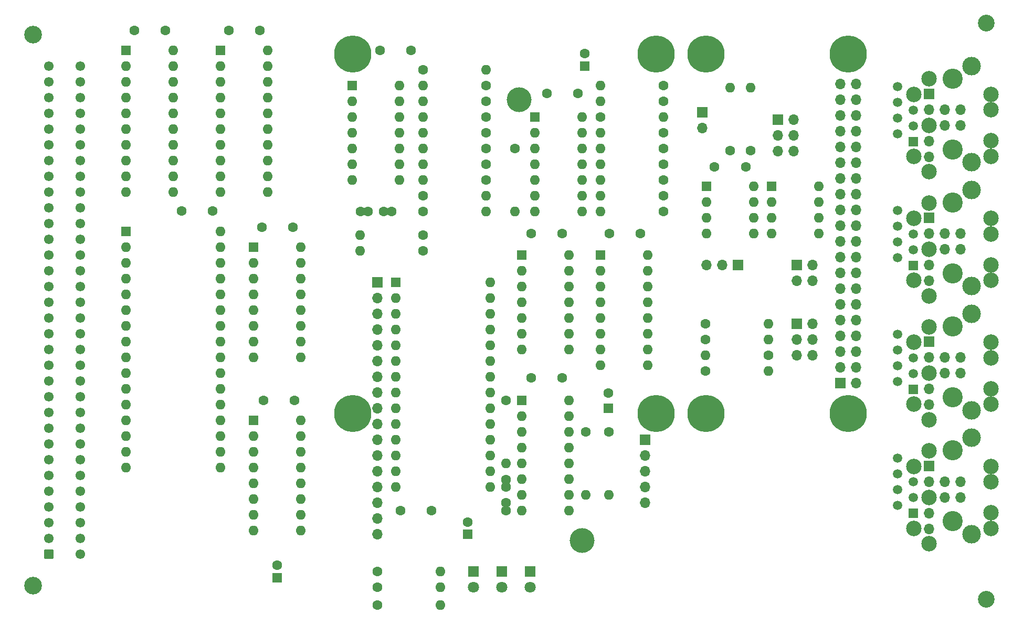
<source format=gbr>
G04 #@! TF.GenerationSoftware,KiCad,Pcbnew,7.0.9*
G04 #@! TF.CreationDate,2023-12-07T15:08:58+00:00*
G04 #@! TF.ProjectId,podule_econet,706f6475-6c65-45f6-9563-6f6e65742e6b,03*
G04 #@! TF.SameCoordinates,Original*
G04 #@! TF.FileFunction,Soldermask,Bot*
G04 #@! TF.FilePolarity,Negative*
%FSLAX46Y46*%
G04 Gerber Fmt 4.6, Leading zero omitted, Abs format (unit mm)*
G04 Created by KiCad (PCBNEW 7.0.9) date 2023-12-07 15:08:58*
%MOMM*%
%LPD*%
G01*
G04 APERTURE LIST*
G04 Aperture macros list*
%AMRoundRect*
0 Rectangle with rounded corners*
0 $1 Rounding radius*
0 $2 $3 $4 $5 $6 $7 $8 $9 X,Y pos of 4 corners*
0 Add a 4 corners polygon primitive as box body*
4,1,4,$2,$3,$4,$5,$6,$7,$8,$9,$2,$3,0*
0 Add four circle primitives for the rounded corners*
1,1,$1+$1,$2,$3*
1,1,$1+$1,$4,$5*
1,1,$1+$1,$6,$7*
1,1,$1+$1,$8,$9*
0 Add four rect primitives between the rounded corners*
20,1,$1+$1,$2,$3,$4,$5,0*
20,1,$1+$1,$4,$5,$6,$7,0*
20,1,$1+$1,$6,$7,$8,$9,0*
20,1,$1+$1,$8,$9,$2,$3,0*%
G04 Aperture macros list end*
%ADD10O,1.600000X1.600000*%
%ADD11C,1.600000*%
%ADD12C,1.800000*%
%ADD13R,1.800000X1.800000*%
%ADD14R,1.700000X1.700000*%
%ADD15O,1.700000X1.700000*%
%ADD16R,1.600000X1.600000*%
%ADD17C,2.850000*%
%ADD18RoundRect,0.249999X0.525001X-0.525001X0.525001X0.525001X-0.525001X0.525001X-0.525001X-0.525001X0*%
%ADD19C,1.550000*%
%ADD20C,6.000000*%
%ADD21C,3.250000*%
%ADD22C,2.500000*%
%ADD23C,3.000000*%
%ADD24R,1.500000X1.500000*%
%ADD25C,1.500000*%
%ADD26C,2.700000*%
%ADD27C,4.000000*%
G04 APERTURE END LIST*
D10*
X135763000Y-147954000D03*
D11*
X125603000Y-147954000D03*
X125603000Y-145097000D03*
D10*
X135763000Y-145097000D03*
X135763000Y-142557000D03*
D11*
X125603000Y-142557000D03*
D12*
X150241000Y-145097000D03*
D13*
X150241000Y-142557000D03*
D12*
X145669000Y-145097000D03*
D13*
X145669000Y-142557000D03*
D12*
X141097000Y-145097000D03*
D13*
X141097000Y-142557000D03*
D11*
X91440000Y-55245000D03*
X86440000Y-55245000D03*
X106680000Y-55245000D03*
X101680000Y-55245000D03*
X99060000Y-84328000D03*
X94060000Y-84328000D03*
D14*
X193273500Y-102525000D03*
D15*
X195813500Y-102525000D03*
X193273500Y-105065000D03*
X195813500Y-105065000D03*
X193273500Y-107605000D03*
X195813500Y-107605000D03*
D11*
X178541500Y-105065000D03*
D10*
X188701500Y-105065000D03*
D11*
X188701500Y-107605000D03*
D10*
X178541500Y-107605000D03*
D11*
X178541500Y-110145000D03*
D10*
X188701500Y-110145000D03*
D11*
X178541500Y-102525000D03*
D10*
X188701500Y-102525000D03*
D11*
X185018500Y-77208000D03*
X180018500Y-77208000D03*
X182505500Y-74587000D03*
D10*
X182505500Y-64427000D03*
D16*
X178668500Y-80383000D03*
D10*
X178668500Y-82923000D03*
X178668500Y-85463000D03*
X178668500Y-88003000D03*
X186288500Y-88003000D03*
X186288500Y-85463000D03*
X186288500Y-82923000D03*
X186288500Y-80383000D03*
D16*
X189209500Y-80383000D03*
D10*
X189209500Y-82923000D03*
X189209500Y-85463000D03*
X189209500Y-88003000D03*
X196829500Y-88003000D03*
X196829500Y-85463000D03*
X196829500Y-82923000D03*
X196829500Y-80383000D03*
D14*
X190225500Y-69588000D03*
D15*
X192765500Y-69588000D03*
X190225500Y-72128000D03*
X192765500Y-72128000D03*
X190225500Y-74668000D03*
X192765500Y-74668000D03*
D14*
X193268500Y-93078000D03*
D15*
X195808500Y-93078000D03*
X193268500Y-95618000D03*
X195808500Y-95618000D03*
D14*
X178033500Y-68445000D03*
D15*
X178033500Y-70985000D03*
D14*
X183748500Y-93083000D03*
D15*
X181208500Y-93083000D03*
X178668500Y-93083000D03*
D11*
X171728000Y-64135000D03*
D10*
X161568000Y-64135000D03*
D16*
X151003000Y-69215000D03*
D10*
X151003000Y-71755000D03*
X151003000Y-74295000D03*
X151003000Y-76835000D03*
X151003000Y-79375000D03*
X151003000Y-81915000D03*
X151003000Y-84455000D03*
X158623000Y-84455000D03*
X158623000Y-81915000D03*
X158623000Y-79375000D03*
X158623000Y-76835000D03*
X158623000Y-74295000D03*
X158623000Y-71755000D03*
X158623000Y-69215000D03*
D11*
X162920500Y-120015000D03*
D10*
X162920500Y-130175000D03*
D17*
X70104000Y-144780000D03*
X70104000Y-55880000D03*
D18*
X72644000Y-139700000D03*
D19*
X72644000Y-137160000D03*
X72644000Y-134620000D03*
X72644000Y-132080000D03*
X72644000Y-129540000D03*
X72644000Y-127000000D03*
X72644000Y-124460000D03*
X72644000Y-121920000D03*
X72644000Y-119380000D03*
X72644000Y-116840000D03*
X72644000Y-114300000D03*
X72644000Y-111760000D03*
X72644000Y-109220000D03*
X72644000Y-106680000D03*
X72644000Y-104140000D03*
X72644000Y-101600000D03*
X72644000Y-99060000D03*
X72644000Y-96520000D03*
X72644000Y-93980000D03*
X72644000Y-91440000D03*
X72644000Y-88900000D03*
X72644000Y-86360000D03*
X72644000Y-83820000D03*
X72644000Y-81280000D03*
X72644000Y-78740000D03*
X72644000Y-76200000D03*
X72644000Y-73660000D03*
X72644000Y-71120000D03*
X72644000Y-68580000D03*
X72644000Y-66040000D03*
X72644000Y-63500000D03*
X72644000Y-60960000D03*
X77724000Y-139700000D03*
X77724000Y-137160000D03*
X77724000Y-134620000D03*
X77724000Y-132080000D03*
X77724000Y-129540000D03*
X77724000Y-127000000D03*
X77724000Y-124460000D03*
X77724000Y-121920000D03*
X77724000Y-119380000D03*
X77724000Y-116840000D03*
X77724000Y-114300000D03*
X77724000Y-111760000D03*
X77724000Y-109220000D03*
X77724000Y-106680000D03*
X77724000Y-104140000D03*
X77724000Y-101600000D03*
X77724000Y-99060000D03*
X77724000Y-96520000D03*
X77724000Y-93980000D03*
X77724000Y-91440000D03*
X77724000Y-88900000D03*
X77724000Y-86360000D03*
X77724000Y-83820000D03*
X77724000Y-81280000D03*
X77724000Y-78740000D03*
X77724000Y-76200000D03*
X77724000Y-73660000D03*
X77724000Y-71120000D03*
X77724000Y-68580000D03*
X77724000Y-66040000D03*
X77724000Y-63500000D03*
X77724000Y-60960000D03*
D11*
X129358000Y-132715000D03*
X134358000Y-132715000D03*
D16*
X128603000Y-95885000D03*
D10*
X128603000Y-98425000D03*
X128603000Y-100965000D03*
X128603000Y-103505000D03*
X128603000Y-106045000D03*
X128603000Y-108585000D03*
X128603000Y-111125000D03*
X128603000Y-113665000D03*
X128603000Y-116205000D03*
X128603000Y-118745000D03*
X128603000Y-121285000D03*
X128603000Y-123825000D03*
X128603000Y-126365000D03*
X128603000Y-128905000D03*
X143843000Y-128905000D03*
X143843000Y-126365000D03*
X143843000Y-123825000D03*
X143843000Y-121285000D03*
X143843000Y-118745000D03*
X143843000Y-116205000D03*
X143843000Y-113665000D03*
X143843000Y-111125000D03*
X143843000Y-108585000D03*
X143843000Y-106045000D03*
X143843000Y-103505000D03*
X143843000Y-100965000D03*
X143843000Y-98425000D03*
X143843000Y-95885000D03*
D11*
X146328000Y-132715000D03*
X146328000Y-131445000D03*
X146328000Y-128905000D03*
X146328000Y-127715000D03*
X126008000Y-58420000D03*
X131008000Y-58420000D03*
D14*
X125603000Y-95885000D03*
D15*
X125603000Y-98425000D03*
X125603000Y-100965000D03*
X125603000Y-103505000D03*
X125603000Y-106045000D03*
X125603000Y-108585000D03*
X125603000Y-111125000D03*
X125603000Y-113665000D03*
X125603000Y-116205000D03*
X125603000Y-118745000D03*
X125603000Y-121285000D03*
X125603000Y-123825000D03*
X125603000Y-126365000D03*
X125603000Y-128905000D03*
X125603000Y-131445000D03*
X125603000Y-133985000D03*
X125603000Y-136525000D03*
D11*
X143153000Y-74295000D03*
D10*
X132993000Y-74295000D03*
D20*
X178603000Y-59025000D03*
X178603000Y-117025000D03*
X201603000Y-59025000D03*
X201603000Y-117025000D03*
D14*
X200333000Y-112155000D03*
D15*
X202873000Y-112155000D03*
X200333000Y-109615000D03*
X202873000Y-109615000D03*
X200333000Y-107075000D03*
X202873000Y-107075000D03*
X200333000Y-104535000D03*
X202873000Y-104535000D03*
X200333000Y-101995000D03*
X202873000Y-101995000D03*
X200333000Y-99455000D03*
X202873000Y-99455000D03*
X200333000Y-96915000D03*
X202873000Y-96915000D03*
X200333000Y-94375000D03*
X202873000Y-94375000D03*
X200333000Y-91835000D03*
X202873000Y-91835000D03*
X200333000Y-89295000D03*
X202873000Y-89295000D03*
X200333000Y-86755000D03*
X202873000Y-86755000D03*
X200333000Y-84215000D03*
X202873000Y-84215000D03*
X200333000Y-81675000D03*
X202873000Y-81675000D03*
X200333000Y-79135000D03*
X202873000Y-79135000D03*
X200333000Y-76595000D03*
X202873000Y-76595000D03*
X200333000Y-74055000D03*
X202873000Y-74055000D03*
X200333000Y-71515000D03*
X202873000Y-71515000D03*
X200333000Y-68975000D03*
X202873000Y-68975000D03*
X200333000Y-66435000D03*
X202873000Y-66435000D03*
X200333000Y-63895000D03*
X202873000Y-63895000D03*
D11*
X171728000Y-81915000D03*
D10*
X161568000Y-81915000D03*
D11*
X155393000Y-88011000D03*
X150393000Y-88011000D03*
D16*
X121563000Y-64135000D03*
D10*
X121563000Y-66675000D03*
X121563000Y-69215000D03*
X121563000Y-71755000D03*
X121563000Y-74295000D03*
X121563000Y-76835000D03*
X121563000Y-79375000D03*
X129183000Y-79375000D03*
X129183000Y-76835000D03*
X129183000Y-74295000D03*
X129183000Y-71755000D03*
X129183000Y-69215000D03*
X129183000Y-66675000D03*
X129183000Y-64135000D03*
D11*
X185807500Y-74587000D03*
D10*
X185807500Y-64427000D03*
D11*
X132993000Y-88265000D03*
D10*
X122833000Y-88265000D03*
D11*
X132993000Y-61595000D03*
D10*
X143153000Y-61595000D03*
D11*
X143153000Y-69215000D03*
D10*
X132993000Y-69215000D03*
D21*
X218442800Y-114433800D03*
X218442800Y-103003800D03*
D14*
X214630000Y-105466000D03*
D22*
X214630000Y-103046000D03*
D23*
X221492800Y-116488800D03*
D22*
X224630000Y-115546000D03*
X224630000Y-113046000D03*
X214630000Y-110546000D03*
X224630000Y-108046000D03*
D15*
X217170000Y-108006000D03*
X219710000Y-108006000D03*
D22*
X224630000Y-105546000D03*
D23*
X221492800Y-100948800D03*
D22*
X214630000Y-118046000D03*
D15*
X214630000Y-115626000D03*
X214630000Y-108006000D03*
D22*
X212130000Y-105546000D03*
X212130000Y-115546000D03*
D15*
X214630000Y-113086000D03*
X217170000Y-110546000D03*
X219710000Y-110546000D03*
D24*
X212092800Y-113163800D03*
D25*
X209552800Y-111893800D03*
X212092800Y-110623800D03*
X209552800Y-109353800D03*
X212092800Y-108083800D03*
X209552800Y-106813800D03*
X209552800Y-104273800D03*
D16*
X85090000Y-58420000D03*
D10*
X85090000Y-60960000D03*
X85090000Y-63500000D03*
X85090000Y-66040000D03*
X85090000Y-68580000D03*
X85090000Y-71120000D03*
X85090000Y-73660000D03*
X85090000Y-76200000D03*
X85090000Y-78740000D03*
X85090000Y-81280000D03*
X92710000Y-81280000D03*
X92710000Y-78740000D03*
X92710000Y-76200000D03*
X92710000Y-73660000D03*
X92710000Y-71120000D03*
X92710000Y-68580000D03*
X92710000Y-66040000D03*
X92710000Y-63500000D03*
X92710000Y-60960000D03*
X92710000Y-58420000D03*
D16*
X109474000Y-143510000D03*
D11*
X109474000Y-141510000D03*
D21*
X218442800Y-134433800D03*
X218442800Y-123003800D03*
D14*
X214630000Y-125466000D03*
D22*
X214630000Y-123046000D03*
D23*
X221492800Y-136488800D03*
D22*
X224630000Y-135546000D03*
X224630000Y-133046000D03*
X214630000Y-130546000D03*
X224630000Y-128046000D03*
D15*
X217170000Y-128006000D03*
X219710000Y-128006000D03*
D22*
X224630000Y-125546000D03*
D23*
X221492800Y-120948800D03*
D22*
X214630000Y-138046000D03*
D15*
X214630000Y-135626000D03*
X214630000Y-128006000D03*
D22*
X212130000Y-125546000D03*
X212130000Y-135546000D03*
D15*
X214630000Y-133086000D03*
X217170000Y-130546000D03*
X219710000Y-130546000D03*
D24*
X212092800Y-133163800D03*
D25*
X209552800Y-131893800D03*
X212092800Y-130623800D03*
X209552800Y-129353800D03*
X212092800Y-128083800D03*
X209552800Y-126813800D03*
X209552800Y-124273800D03*
D11*
X112014000Y-86995000D03*
X107014000Y-86995000D03*
D20*
X170603000Y-117025000D03*
D11*
X143153000Y-79375000D03*
D10*
X132993000Y-79375000D03*
D11*
X132993000Y-81915000D03*
D10*
X143153000Y-81915000D03*
D20*
X170603000Y-59025000D03*
D26*
X223830000Y-54046000D03*
D21*
X218442800Y-94433800D03*
X218442800Y-83003800D03*
D14*
X214630000Y-85466000D03*
D22*
X214630000Y-83046000D03*
D23*
X221492800Y-96488800D03*
D22*
X224630000Y-95546000D03*
X224630000Y-93046000D03*
X214630000Y-90546000D03*
X224630000Y-88046000D03*
D15*
X217170000Y-88006000D03*
X219710000Y-88006000D03*
D22*
X224630000Y-85546000D03*
D23*
X221492800Y-80948800D03*
D22*
X214630000Y-98046000D03*
D15*
X214630000Y-95626000D03*
X214630000Y-88006000D03*
D22*
X212130000Y-85546000D03*
X212130000Y-95546000D03*
D15*
X214630000Y-93086000D03*
X217170000Y-90546000D03*
X219710000Y-90546000D03*
D24*
X212092800Y-93163800D03*
D25*
X209552800Y-91893800D03*
X212092800Y-90623800D03*
X209552800Y-89353800D03*
X212092800Y-88083800D03*
X209552800Y-86813800D03*
X209552800Y-84273800D03*
D21*
X218442800Y-74433800D03*
X218442800Y-63003800D03*
D14*
X214630000Y-65466000D03*
D22*
X214630000Y-63046000D03*
D23*
X221492800Y-76488800D03*
D22*
X224630000Y-75546000D03*
X224630000Y-73046000D03*
X214630000Y-70546000D03*
X224630000Y-68046000D03*
D15*
X217170000Y-68006000D03*
X219710000Y-68006000D03*
D22*
X224630000Y-65546000D03*
D23*
X221492800Y-60948800D03*
D22*
X214630000Y-78046000D03*
D15*
X214630000Y-75626000D03*
X214630000Y-68006000D03*
D22*
X212130000Y-65546000D03*
X212130000Y-75546000D03*
D15*
X214630000Y-73086000D03*
X217170000Y-70546000D03*
X219710000Y-70546000D03*
D24*
X212092800Y-73163800D03*
D25*
X209552800Y-71893800D03*
X212092800Y-70623800D03*
X209552800Y-69353800D03*
X212092800Y-68083800D03*
X209552800Y-66813800D03*
X209552800Y-64273800D03*
D11*
X143153000Y-76835000D03*
D10*
X132993000Y-76835000D03*
D11*
X112268000Y-114935000D03*
X107268000Y-114935000D03*
D27*
X148463000Y-66405000D03*
D11*
X146383000Y-114935000D03*
D10*
X146383000Y-125095000D03*
D11*
X143153000Y-66675000D03*
D10*
X132993000Y-66675000D03*
D11*
X132993000Y-84455000D03*
D10*
X143153000Y-84455000D03*
D20*
X121603000Y-117025000D03*
D16*
X105664000Y-90170000D03*
D10*
X105664000Y-92710000D03*
X105664000Y-95250000D03*
X105664000Y-97790000D03*
X105664000Y-100330000D03*
X105664000Y-102870000D03*
X105664000Y-105410000D03*
X105664000Y-107950000D03*
X113284000Y-107950000D03*
X113284000Y-105410000D03*
X113284000Y-102870000D03*
X113284000Y-100330000D03*
X113284000Y-97790000D03*
X113284000Y-95250000D03*
X113284000Y-92710000D03*
X113284000Y-90170000D03*
D11*
X147828000Y-74295000D03*
D10*
X147828000Y-84455000D03*
D11*
X143153000Y-71755000D03*
D10*
X132993000Y-71755000D03*
D11*
X163013000Y-88011000D03*
X168013000Y-88011000D03*
X171728000Y-71755000D03*
D10*
X161568000Y-71755000D03*
D11*
X143153000Y-64135000D03*
D10*
X132993000Y-64135000D03*
X161568000Y-84455000D03*
D11*
X171728000Y-84455000D03*
X127913000Y-84455000D03*
X126643000Y-84455000D03*
X124103000Y-84455000D03*
X122913000Y-84455000D03*
X155393000Y-111315000D03*
X150393000Y-111315000D03*
X171728000Y-66675000D03*
D10*
X161568000Y-66675000D03*
D16*
X100330000Y-58420000D03*
D10*
X100330000Y-60960000D03*
X100330000Y-63500000D03*
X100330000Y-66040000D03*
X100330000Y-68580000D03*
X100330000Y-71120000D03*
X100330000Y-73660000D03*
X100330000Y-76200000D03*
X100330000Y-78740000D03*
X100330000Y-81280000D03*
X107950000Y-81280000D03*
X107950000Y-78740000D03*
X107950000Y-76200000D03*
X107950000Y-73660000D03*
X107950000Y-71120000D03*
X107950000Y-68580000D03*
X107950000Y-66040000D03*
X107950000Y-63500000D03*
X107950000Y-60960000D03*
X107950000Y-58420000D03*
D16*
X161568000Y-91440000D03*
D10*
X161568000Y-93980000D03*
X161568000Y-96520000D03*
X161568000Y-99060000D03*
X161568000Y-101600000D03*
X161568000Y-104140000D03*
X161568000Y-106680000D03*
X161568000Y-109220000D03*
X169188000Y-109220000D03*
X169188000Y-106680000D03*
X169188000Y-104140000D03*
X169188000Y-101600000D03*
X169188000Y-99060000D03*
X169188000Y-96520000D03*
X169188000Y-93980000D03*
X169188000Y-91440000D03*
D27*
X158603000Y-137515000D03*
D20*
X121603000Y-59025000D03*
D16*
X85090000Y-87630000D03*
D10*
X85090000Y-90170000D03*
X85090000Y-92710000D03*
X85090000Y-95250000D03*
X85090000Y-97790000D03*
X85090000Y-100330000D03*
X85090000Y-102870000D03*
X85090000Y-105410000D03*
X85090000Y-107950000D03*
X85090000Y-110490000D03*
X85090000Y-113030000D03*
X85090000Y-115570000D03*
X85090000Y-118110000D03*
X85090000Y-120650000D03*
X85090000Y-123190000D03*
X85090000Y-125730000D03*
X100330000Y-125730000D03*
X100330000Y-123190000D03*
X100330000Y-120650000D03*
X100330000Y-118110000D03*
X100330000Y-115570000D03*
X100330000Y-113030000D03*
X100330000Y-110490000D03*
X100330000Y-107950000D03*
X100330000Y-105410000D03*
X100330000Y-102870000D03*
X100330000Y-100330000D03*
X100330000Y-97790000D03*
X100330000Y-95250000D03*
X100330000Y-92710000D03*
X100330000Y-90170000D03*
X100330000Y-87630000D03*
D11*
X161568000Y-69215000D03*
D10*
X171728000Y-69215000D03*
D16*
X159028000Y-60960000D03*
D11*
X159028000Y-58960000D03*
X132993000Y-90805000D03*
D10*
X122833000Y-90805000D03*
D11*
X157933000Y-65405000D03*
X152933000Y-65405000D03*
X171728000Y-76835000D03*
D10*
X161568000Y-76835000D03*
D11*
X171728000Y-74295000D03*
D10*
X161568000Y-74295000D03*
D14*
X168783000Y-121285000D03*
D15*
X168783000Y-123825000D03*
X168783000Y-126365000D03*
X168783000Y-128905000D03*
X168783000Y-131445000D03*
D26*
X223830000Y-147046000D03*
D16*
X162838000Y-116205000D03*
D11*
X162838000Y-113705000D03*
X159258000Y-120015000D03*
D10*
X159258000Y-130175000D03*
D16*
X148868000Y-91440000D03*
D10*
X148868000Y-93980000D03*
X148868000Y-96520000D03*
X148868000Y-99060000D03*
X148868000Y-101600000D03*
X148868000Y-104140000D03*
X148868000Y-106680000D03*
X156488000Y-106680000D03*
X156488000Y-104140000D03*
X156488000Y-101600000D03*
X156488000Y-99060000D03*
X156488000Y-96520000D03*
X156488000Y-93980000D03*
X156488000Y-91440000D03*
D16*
X105664000Y-118125000D03*
D10*
X105664000Y-120665000D03*
X105664000Y-123205000D03*
X105664000Y-125745000D03*
X105664000Y-128285000D03*
X105664000Y-130825000D03*
X105664000Y-133365000D03*
X105664000Y-135905000D03*
X113284000Y-135905000D03*
X113284000Y-133365000D03*
X113284000Y-130825000D03*
X113284000Y-128285000D03*
X113284000Y-125745000D03*
X113284000Y-123205000D03*
X113284000Y-120665000D03*
X113284000Y-118125000D03*
D16*
X140208000Y-136525000D03*
D11*
X140208000Y-134525000D03*
X171728000Y-79375000D03*
D10*
X161568000Y-79375000D03*
D16*
X148868000Y-114935000D03*
D10*
X148868000Y-117475000D03*
X148868000Y-120015000D03*
X148868000Y-122555000D03*
X148868000Y-125095000D03*
X148868000Y-127635000D03*
X148868000Y-130175000D03*
X148868000Y-132715000D03*
X156488000Y-132715000D03*
X156488000Y-130175000D03*
X156488000Y-127635000D03*
X156488000Y-125095000D03*
X156488000Y-122555000D03*
X156488000Y-120015000D03*
X156488000Y-117475000D03*
X156488000Y-114935000D03*
M02*

</source>
